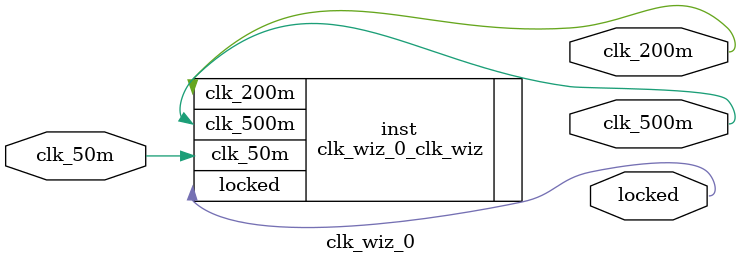
<source format=v>


`timescale 1ps/1ps

(* CORE_GENERATION_INFO = "clk_wiz_0,clk_wiz_v6_0_1_0_0,{component_name=clk_wiz_0,use_phase_alignment=true,use_min_o_jitter=false,use_max_i_jitter=false,use_dyn_phase_shift=false,use_inclk_switchover=false,use_dyn_reconfig=false,enable_axi=0,feedback_source=FDBK_AUTO,PRIMITIVE=MMCM,num_out_clk=2,clkin1_period=20.000,clkin2_period=10.0,use_power_down=false,use_reset=false,use_locked=true,use_inclk_stopped=false,feedback_type=SINGLE,CLOCK_MGR_TYPE=NA,manual_override=false}" *)

module clk_wiz_0 
 (
  // Clock out ports
  output        clk_200m,
  output        clk_500m,
  // Status and control signals
  output        locked,
 // Clock in ports
  input         clk_50m
 );

  clk_wiz_0_clk_wiz inst
  (
  // Clock out ports  
  .clk_200m(clk_200m),
  .clk_500m(clk_500m),
  // Status and control signals               
  .locked(locked),
 // Clock in ports
  .clk_50m(clk_50m)
  );

endmodule

</source>
